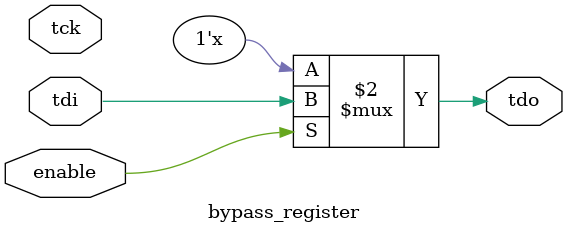
<source format=sv>
module bypass_register (
    input tck, tdi, enable,
    output logic tdo
);

always @(tck) begin
    if (enable)
        tdo <= tdi;
end

endmodule // bypass_register
</source>
